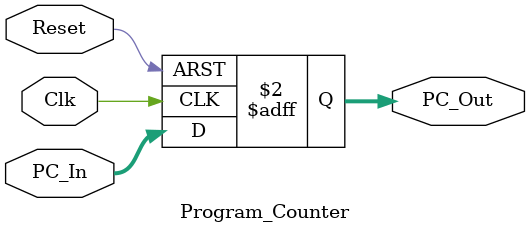
<source format=v>
`timescale 1ns / 1ps

//////////////////////////////////////////////////////////////////////////////////

module Program_Counter (
    input       Clk,        // Clock input
    input       Reset,      // Reset input
    input [31:0] PC_In,     // Input for the next PC value
    output reg [31:0] PC_Out    // Output of the current PC value
);

    always @(posedge Clk or posedge Reset) begin
        if (Reset) begin          
            PC_Out <= 32'h0;
        end
        else begin
            PC_Out <= PC_In;
        end
    end

endmodule
</source>
